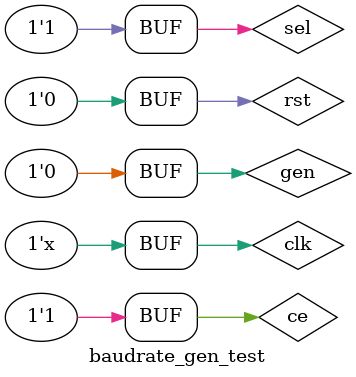
<source format=v>
`timescale 1ns / 1ps


module baudrate_gen_test;

	// Inputs
	reg clk;
	reg rst;
	reg gen;
	reg sel;
	reg ce;

	// Outputs
	wire rateclk;

	// Instantiate the Unit Under Test (UUT)
	baudrate_gen uut (
		.clk(clk), 
		.rst(rst), 
		.sel(sel), 
		.ce(ce), 
		.rateclk(rateclk)
	);

	initial begin
		// Initialize Inputs
		clk = 0;
		rst = 1;
		gen = 0;
		sel = 0;
		ce = 0;

		// Wait 100 ns for global reset to finish
		#5;
		ce = 1;
		rst = 0;
		#100;
		sel = 1;
	end
	
	always #1
		clk <= ~clk;
      
endmodule


</source>
